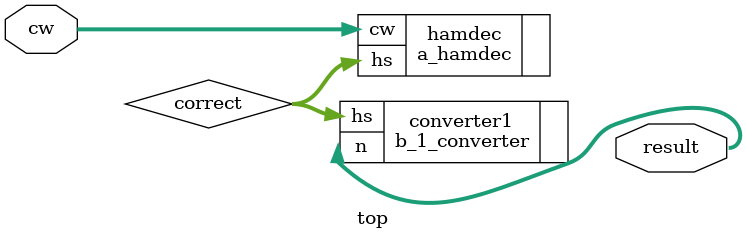
<source format=v>
module top(cw, result);
	input [8:0] cw;
	output [3:0] result;

	// fill in your implementation below
wire [4:0] correct;
wire [3:0] result;

a_hamdec hamdec (.cw(cw), .hs(correct)); // module instantiation
b_1_converter converter1 (.hs(correct), .n(result)); 

endmodule

</source>
